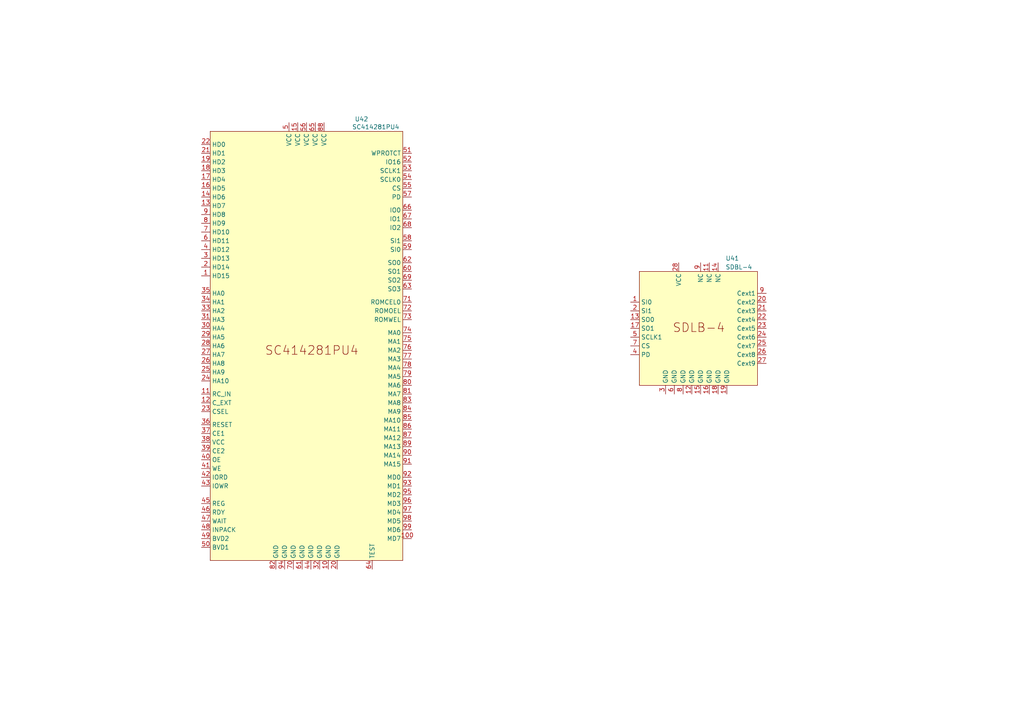
<source format=kicad_sch>
(kicad_sch (version 20250114) (generator "eeschema") (generator_version "9.0")
  (paper "A4")
  (title_block (title "PC110"))
  (lib_symbols
    (symbol "PC110:SC414281PU4"
      (property "Reference" "U" (at -23.876 -62.484 0))
      (symbol "SC414281PU4_1_1"
        (rectangle (start -27.94 63.5) (end 27.94 -60.96) (fill (type color) (color 255 255 194 1)))
        (text "SC414281PU4" (at 1.524 0 0) (effects (font (size 2.54 2.54))))
        (pin bidirectional line (at -30.48 59.69 0) (length 2.54) (name "HD0") (number "22"))
        (pin bidirectional line (at -30.48 57.15 0) (length 2.54) (name "HD1") (number "21"))
        (pin bidirectional line (at -30.48 54.61 0) (length 2.54) (name "HD2") (number "19"))
        (pin bidirectional line (at -30.48 52.07 0) (length 2.54) (name "HD3") (number "18"))
        (pin bidirectional line (at -30.48 49.53 0) (length 2.54) (name "HD4") (number "17"))
        (pin bidirectional line (at -30.48 46.99 0) (length 2.54) (name "HD5") (number "16"))
        (pin bidirectional line (at -30.48 44.45 0) (length 2.54) (name "HD6") (number "14"))
        (pin bidirectional line (at -30.48 41.91 0) (length 2.54) (name "HD7") (number "13"))
        (pin bidirectional line (at -30.48 39.37 0) (length 2.54) (name "HD8") (number "9"))
        (pin bidirectional line (at -30.48 36.83 0) (length 2.54) (name "HD9") (number "8"))
        (pin bidirectional line (at -30.48 34.29 0) (length 2.54) (name "HD10") (number "7"))
        (pin bidirectional line (at -30.48 31.75 0) (length 2.54) (name "HD11") (number "6"))
        (pin bidirectional line (at -30.48 29.21 0) (length 2.54) (name "HD12") (number "4"))
        (pin bidirectional line (at -30.48 26.67 0) (length 2.54) (name "HD13") (number "3"))
        (pin bidirectional line (at -30.48 24.13 0) (length 2.54) (name "HD14") (number "2"))
        (pin bidirectional line (at -30.48 21.59 0) (length 2.54) (name "HD15") (number "1"))
        (pin input line (at -30.48 16.51 0) (length 2.54) (name "HA0") (number "35"))
        (pin input line (at -30.48 13.97 0) (length 2.54) (name "HA1") (number "34"))
        (pin input line (at -30.48 11.43 0) (length 2.54) (name "HA2") (number "33"))
        (pin input line (at -30.48 8.89 0) (length 2.54) (name "HA3") (number "31"))
        (pin input line (at -30.48 6.35 0) (length 2.54) (name "HA4") (number "30"))
        (pin input line (at -30.48 3.81 0) (length 2.54) (name "HA5") (number "29"))
        (pin input line (at -30.48 1.27 0) (length 2.54) (name "HA6") (number "28"))
        (pin input line (at -30.48 -1.27 0) (length 2.54) (name "HA7") (number "27"))
        (pin input line (at -30.48 -3.81 0) (length 2.54) (name "HA8") (number "26"))
        (pin input line (at -30.48 -6.35 0) (length 2.54) (name "HA9") (number "25"))
        (pin input line (at -30.48 -8.89 0) (length 2.54) (name "HA10") (number "24"))
        (pin input line (at -30.48 -12.7 0) (length 2.54) (name "RC_IN") (number "11"))
        (pin input line (at -30.48 -15.24 0) (length 2.54) (name "C_EXT") (number "12"))
        (pin input line (at -30.48 -17.78 0) (length 2.54) (name "CSEL") (number "23"))
        (pin input line (at -30.48 -21.59 0) (length 2.54) (name "RESET") (number "36"))
        (pin input line (at -30.48 -24.13 0) (length 2.54) (name "CE1") (number "37"))
        (pin power_in line (at -30.48 -26.67 0) (length 2.54) (name "VCC") (number "38"))
        (pin input line (at -30.48 -29.21 0) (length 2.54) (name "CE2") (number "39"))
        (pin input line (at -30.48 -31.75 0) (length 2.54) (name "OE") (number "40"))
        (pin input line (at -30.48 -34.29 0) (length 2.54) (name "WE") (number "41"))
        (pin input line (at -30.48 -36.83 0) (length 2.54) (name "IORD") (number "42"))
        (pin input line (at -30.48 -39.37 0) (length 2.54) (name "IOWR") (number "43"))
        (pin input line (at -30.48 -44.45 0) (length 2.54) (name "REG") (number "45"))
        (pin output line (at -30.48 -46.99 0) (length 2.54) (name "RDY") (number "46"))
        (pin output line (at -30.48 -49.53 0) (length 2.54) (name "WAIT") (number "47"))
        (pin input line (at -30.48 -52.07 0) (length 2.54) (name "INPACK") (number "48"))
        (pin input line (at -30.48 -54.61 0) (length 2.54) (name "BVD2") (number "49"))
        (pin input line (at -30.48 -57.15 0) (length 2.54) (name "BVD1") (number "50"))
        (pin power_in line (at -8.89 -63.5 90) (length 2.54) (name "GND") (number "82"))
        (pin power_in line (at -6.35 -63.5 90) (length 2.54) (name "GND") (number "94"))
        (pin power_in line (at -5.08 66.04 270) (length 2.54) (name "VCC") (number "5"))
        (pin power_in line (at -3.81 -63.5 90) (length 2.54) (name "GND") (number "70"))
        (pin power_in line (at -2.54 66.04 270) (length 2.54) (name "VCC") (number "15"))
        (pin power_in line (at -1.27 -63.5 90) (length 2.54) (name "GND") (number "61"))
        (pin power_in line (at 0 66.04 270) (length 2.54) (name "VCC") (number "56"))
        (pin power_in line (at 1.27 -63.5 90) (length 2.54) (name "GND") (number "44"))
        (pin power_in line (at 2.54 66.04 270) (length 2.54) (name "VCC") (number "65"))
        (pin power_in line (at 3.81 -63.5 90) (length 2.54) (name "GND") (number "32"))
        (pin power_in line (at 5.08 66.04 270) (length 2.54) (name "VCC") (number "88"))
        (pin power_in line (at 6.35 -63.5 90) (length 2.54) (name "GND") (number "10"))
        (pin power_in line (at 8.89 -63.5 90) (length 2.54) (name "GND") (number "20"))
        (pin input line (at 19.05 -63.5 90) (length 2.54) (name "TEST") (number "64"))
        (pin input line (at 30.48 57.15 180) (length 2.54) (name "WPROTCT") (number "51"))
        (pin bidirectional line (at 30.48 54.61 180) (length 2.54) (name "IO16") (number "52"))
        (pin input line (at 30.48 52.07 180) (length 2.54) (name "SCLK1") (number "53"))
        (pin input line (at 30.48 49.53 180) (length 2.54) (name "SCLK0") (number "54"))
        (pin input line (at 30.48 46.99 180) (length 2.54) (name "CS") (number "55"))
        (pin input line (at 30.48 44.45 180) (length 2.54) (name "PD") (number "57"))
        (pin bidirectional line (at 30.48 40.64 180) (length 2.54) (name "IO0") (number "66"))
        (pin bidirectional line (at 30.48 38.1 180) (length 2.54) (name "IO1") (number "67"))
        (pin bidirectional line (at 30.48 35.56 180) (length 2.54) (name "IO2") (number "68"))
        (pin input line (at 30.48 31.75 180) (length 2.54) (name "SI1") (number "58"))
        (pin input line (at 30.48 29.21 180) (length 2.54) (name "SI0") (number "59"))
        (pin output line (at 30.48 25.4 180) (length 2.54) (name "SO0") (number "62"))
        (pin output line (at 30.48 22.86 180) (length 2.54) (name "SO1") (number "60"))
        (pin output line (at 30.48 20.32 180) (length 2.54) (name "SO2") (number "69"))
        (pin output line (at 30.48 17.78 180) (length 2.54) (name "SO3") (number "63"))
        (pin output line (at 30.48 13.97 180) (length 2.54) (name "ROMCEL0") (number "71"))
        (pin output line (at 30.48 11.43 180) (length 2.54) (name "ROMOEL") (number "72"))
        (pin output line (at 30.48 8.89 180) (length 2.54) (name "ROMWEL") (number "73"))
        (pin output line (at 30.48 5.08 180) (length 2.54) (name "MA0") (number "74"))
        (pin output line (at 30.48 2.54 180) (length 2.54) (name "MA1") (number "75"))
        (pin output line (at 30.48 0 180) (length 2.54) (name "MA2") (number "76"))
        (pin output line (at 30.48 -2.54 180) (length 2.54) (name "MA3") (number "77"))
        (pin output line (at 30.48 -5.08 180) (length 2.54) (name "MA4") (number "78"))
        (pin output line (at 30.48 -7.62 180) (length 2.54) (name "MA5") (number "79"))
        (pin output line (at 30.48 -10.16 180) (length 2.54) (name "MA6") (number "80"))
        (pin output line (at 30.48 -12.7 180) (length 2.54) (name "MA7") (number "81"))
        (pin output line (at 30.48 -15.24 180) (length 2.54) (name "MA8") (number "83"))
        (pin output line (at 30.48 -17.78 180) (length 2.54) (name "MA9") (number "84"))
        (pin output line (at 30.48 -20.32 180) (length 2.54) (name "MA10") (number "85"))
        (pin output line (at 30.48 -22.86 180) (length 2.54) (name "MA11") (number "86"))
        (pin output line (at 30.48 -25.4 180) (length 2.54) (name "MA12") (number "87"))
        (pin output line (at 30.48 -27.94 180) (length 2.54) (name "MA13") (number "89"))
        (pin output line (at 30.48 -30.48 180) (length 2.54) (name "MA14") (number "90"))
        (pin output line (at 30.48 -33.02 180) (length 2.54) (name "MA15") (number "91"))
        (pin bidirectional line (at 30.48 -36.83 180) (length 2.54) (name "MD0") (number "92"))
        (pin bidirectional line (at 30.48 -39.37 180) (length 2.54) (name "MD1") (number "93"))
        (pin bidirectional line (at 30.48 -41.91 180) (length 2.54) (name "MD2") (number "95"))
        (pin bidirectional line (at 30.48 -44.45 180) (length 2.54) (name "MD3") (number "96"))
        (pin bidirectional line (at 30.48 -46.99 180) (length 2.54) (name "MD4") (number "97"))
        (pin bidirectional line (at 30.48 -49.53 180) (length 2.54) (name "MD5") (number "98"))
        (pin bidirectional line (at 30.48 -52.07 180) (length 2.54) (name "MD6") (number "99"))
        (pin bidirectional line (at 30.48 -54.61 180) (length 2.54) (name "MD7") (number "100"))
      )
    )
    (symbol "PC110:SDLB-4"
      (property "Reference" "U" (at 11.938 17.78 0))
      (symbol "SDLB-4_1_1"
        (rectangle (start -16.51 16.51) (end 17.78 -16.51) (fill (type color) (color 255 255 194 1)))
        (text "SDLB-4" (at 0.762 0.254 0) (effects (font (size 2.54 2.54))))
        (pin input line (at -19.05 7.62 0) (length 2.54) (name "SI0") (number "1"))
        (pin input line (at -19.05 5.08 0) (length 2.54) (name "SI1") (number "2"))
        (pin output line (at -19.05 2.54 0) (length 2.54) (name "SO0") (number "13"))
        (pin output line (at -19.05 0 0) (length 2.54) (name "SO1") (number "17"))
        (pin input line (at -19.05 -2.54 0) (length 2.54) (name "SCLK1") (number "5"))
        (pin input line (at -19.05 -5.08 0) (length 2.54) (name "CS") (number "7"))
        (pin input line (at -19.05 -7.62 0) (length 2.54) (name "PD") (number "4"))
        (pin power_in line (at -8.89 -19.05 90) (length 2.54) (name "GND") (number "3"))
        (pin power_in line (at -6.35 -19.05 90) (length 2.54) (name "GND") (number "6"))
        (pin power_in line (at -5.08 19.05 270) (length 2.54) (name "VCC") (number "28"))
        (pin power_in line (at -3.81 -19.05 90) (length 2.54) (name "GND") (number "8"))
        (pin power_in line (at -1.27 -19.05 90) (length 2.54) (name "GND") (number "12"))
        (pin input line (at 1.27 19.05 270) (length 2.54) (name "NC") (number "9"))
        (pin power_in line (at 1.27 -19.05 90) (length 2.54) (name "GND") (number "15"))
        (pin input line (at 3.81 19.05 270) (length 2.54) (name "NC") (number "11"))
        (pin power_in line (at 3.81 -19.05 90) (length 2.54) (name "GND") (number "16"))
        (pin input line (at 6.35 19.05 270) (length 2.54) (name "NC") (number "14"))
        (pin power_in line (at 6.35 -19.05 90) (length 2.54) (name "GND") (number "18"))
        (pin power_in line (at 8.89 -19.05 90) (length 2.54) (name "GND") (number "19"))
        (pin input line (at 20.32 10.16 180) (length 2.54) (name "Cext1") (number "9"))
        (pin input line (at 20.32 7.62 180) (length 2.54) (name "Cext2") (number "20"))
        (pin input line (at 20.32 5.08 180) (length 2.54) (name "Cext3") (number "21"))
        (pin input line (at 20.32 2.54 180) (length 2.54) (name "Cext4") (number "22"))
        (pin input line (at 20.32 0 180) (length 2.54) (name "Cext5") (number "23"))
        (pin input line (at 20.32 -2.54 180) (length 2.54) (name "Cext6") (number "24"))
        (pin input line (at 20.32 -5.08 180) (length 2.54) (name "Cext7") (number "25"))
        (pin input line (at 20.32 -7.62 180) (length 2.54) (name "Cext8") (number "26"))
        (pin input line (at 20.32 -10.16 180) (length 2.54) (name "Cext9") (number "27"))
      )
    )
  )
  (symbol (lib_id "PC110:SC414281PU4") (at 88.9 101.6 0) (unit 1)
    (property "Reference" "U42" (at 102.87 34.544 0) (effects (justify left)))
    (property "Value" "SC414281PU4" (at 102.108 36.83 0) (effects (justify left)))
  )
  (symbol (lib_id "PC110:SDLB-4") (at 201.93 95.25 0) (unit 1)
    (property "Reference" "U41" (at 210.4233 74.93 0) (effects (justify left)))
    (property "Value" "SDBL-4" (at 210.4233 77.47 0) (effects (justify left)))
  )
)
</source>
